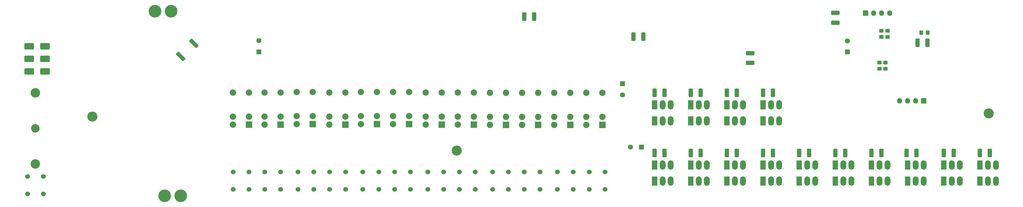
<source format=gbr>
%TF.GenerationSoftware,KiCad,Pcbnew,8.0.9*%
%TF.CreationDate,2025-02-25T23:01:13+01:00*%
%TF.ProjectId,Heizkreiscontroller,4865697a-6b72-4656-9973-636f6e74726f,rev?*%
%TF.SameCoordinates,Original*%
%TF.FileFunction,Soldermask,Bot*%
%TF.FilePolarity,Negative*%
%FSLAX46Y46*%
G04 Gerber Fmt 4.6, Leading zero omitted, Abs format (unit mm)*
G04 Created by KiCad (PCBNEW 8.0.9) date 2025-02-25 23:01:13*
%MOMM*%
%LPD*%
G01*
G04 APERTURE LIST*
G04 Aperture macros list*
%AMRoundRect*
0 Rectangle with rounded corners*
0 $1 Rounding radius*
0 $2 $3 $4 $5 $6 $7 $8 $9 X,Y pos of 4 corners*
0 Add a 4 corners polygon primitive as box body*
4,1,4,$2,$3,$4,$5,$6,$7,$8,$9,$2,$3,0*
0 Add four circle primitives for the rounded corners*
1,1,$1+$1,$2,$3*
1,1,$1+$1,$4,$5*
1,1,$1+$1,$6,$7*
1,1,$1+$1,$8,$9*
0 Add four rect primitives between the rounded corners*
20,1,$1+$1,$2,$3,$4,$5,0*
20,1,$1+$1,$4,$5,$6,$7,0*
20,1,$1+$1,$6,$7,$8,$9,0*
20,1,$1+$1,$8,$9,$2,$3,0*%
G04 Aperture macros list end*
%ADD10R,1.800000X3.000000*%
%ADD11O,1.800000X3.000000*%
%ADD12R,1.600000X1.600000*%
%ADD13C,1.600000*%
%ADD14C,1.524000*%
%ADD15R,2.000000X2.000000*%
%ADD16C,2.000000*%
%ADD17C,3.200000*%
%ADD18C,4.000000*%
%ADD19R,1.700000X1.700000*%
%ADD20O,1.700000X1.700000*%
%ADD21C,2.700000*%
%ADD22C,3.000000*%
%ADD23RoundRect,0.250000X-1.250000X0.750000X-1.250000X-0.750000X1.250000X-0.750000X1.250000X0.750000X0*%
%ADD24RoundRect,0.250000X-0.412500X-1.100000X0.412500X-1.100000X0.412500X1.100000X-0.412500X1.100000X0*%
%ADD25RoundRect,0.250000X1.100000X-0.412500X1.100000X0.412500X-1.100000X0.412500X-1.100000X-0.412500X0*%
%ADD26RoundRect,0.250000X-0.751301X1.263953X-1.263953X0.751301X0.751301X-1.263953X1.263953X-0.751301X0*%
%ADD27RoundRect,0.250000X-0.450000X0.350000X-0.450000X-0.350000X0.450000X-0.350000X0.450000X0.350000X0*%
%ADD28RoundRect,0.250000X0.350000X0.450000X-0.350000X0.450000X-0.350000X-0.450000X0.350000X-0.450000X0*%
%ADD29RoundRect,0.250000X0.412500X1.100000X-0.412500X1.100000X-0.412500X-1.100000X0.412500X-1.100000X0*%
%ADD30RoundRect,0.250000X0.450000X-0.350000X0.450000X0.350000X-0.450000X0.350000X-0.450000X-0.350000X0*%
G04 APERTURE END LIST*
D10*
%TO.C,J17*%
X236220000Y-67310000D03*
X236220000Y-72390000D03*
D11*
X238760000Y-67310000D03*
X238760000Y-72390000D03*
X241300000Y-67310000D03*
X241300000Y-72390000D03*
%TD*%
D10*
%TO.C,J14*%
X281940000Y-86360000D03*
X281940000Y-91440000D03*
D11*
X284480000Y-86360000D03*
X284480000Y-91440000D03*
X287020000Y-86360000D03*
X287020000Y-91440000D03*
%TD*%
D12*
%TO.C,C12*%
X285750000Y-50547651D03*
D13*
X285750000Y-47047651D03*
%TD*%
D14*
%TO.C,J3*%
X132560000Y-88540000D03*
X132560000Y-94040000D03*
X137560000Y-88540000D03*
X137560000Y-94040000D03*
X142560000Y-88540000D03*
X142560000Y-94040000D03*
X147560000Y-88540000D03*
X147560000Y-94040000D03*
%TD*%
%TO.C,J4*%
X153060000Y-88540000D03*
X153060000Y-94040000D03*
X158060000Y-88540000D03*
X158060000Y-94040000D03*
X163060000Y-88540000D03*
X163060000Y-94040000D03*
X168060000Y-88540000D03*
X168060000Y-94040000D03*
%TD*%
D15*
%TO.C,K5*%
X187960000Y-73660000D03*
D16*
X187960000Y-71120000D03*
X187960000Y-63500000D03*
X182880000Y-63500000D03*
X182880000Y-71120000D03*
X182880000Y-73660000D03*
%TD*%
D10*
%TO.C,J10*%
X304800000Y-86360000D03*
X304800000Y-91440000D03*
D11*
X307340000Y-86360000D03*
X307340000Y-91440000D03*
X309880000Y-86360000D03*
X309880000Y-91440000D03*
%TD*%
D15*
%TO.C,K12*%
X208280000Y-73660000D03*
D16*
X208280000Y-71120000D03*
X208280000Y-63500000D03*
X203200000Y-63500000D03*
X203200000Y-71120000D03*
X203200000Y-73660000D03*
%TD*%
D15*
%TO.C,K2*%
X137027500Y-73415000D03*
D16*
X137027500Y-70875000D03*
X137027500Y-63255000D03*
X131947500Y-63255000D03*
X131947500Y-70875000D03*
X131947500Y-73415000D03*
%TD*%
D14*
%TO.C,J21*%
X194106800Y-88556200D03*
X194106800Y-94056200D03*
X199106800Y-88556200D03*
X199106800Y-94056200D03*
X204106800Y-88556200D03*
X204106800Y-94056200D03*
X209106800Y-88556200D03*
X209106800Y-94056200D03*
%TD*%
D10*
%TO.C,J9*%
X236220000Y-86360000D03*
X236220000Y-91440000D03*
D11*
X238760000Y-86360000D03*
X238760000Y-91440000D03*
X241300000Y-86360000D03*
X241300000Y-91440000D03*
%TD*%
D10*
%TO.C,J20*%
X259080000Y-67310000D03*
X259080000Y-72390000D03*
D11*
X261620000Y-67310000D03*
X261620000Y-72390000D03*
X264160000Y-67310000D03*
X264160000Y-72390000D03*
%TD*%
D17*
%TO.C,H1*%
X162250000Y-81750000D03*
%TD*%
D10*
%TO.C,J19*%
X247650000Y-67310000D03*
X247650000Y-72390000D03*
D11*
X250190000Y-67310000D03*
X250190000Y-72390000D03*
X252730000Y-67310000D03*
X252730000Y-72390000D03*
%TD*%
D18*
%TO.C,U2*%
X69884000Y-96075000D03*
X74964000Y-96075000D03*
X66859000Y-37667100D03*
X71939000Y-37667100D03*
%TD*%
D12*
%TO.C,C11*%
X220670000Y-80645000D03*
D13*
X217170000Y-80645000D03*
%TD*%
D14*
%TO.C,J1*%
X91560000Y-88540000D03*
X91560000Y-94040000D03*
X96560000Y-88540000D03*
X96560000Y-94040000D03*
X101560000Y-88540000D03*
X101560000Y-94040000D03*
X106560000Y-88540000D03*
X106560000Y-94040000D03*
%TD*%
D12*
%TO.C,C10*%
X99695000Y-50490000D03*
D13*
X99695000Y-46990000D03*
%TD*%
D17*
%TO.C,H2*%
X330500000Y-70000000D03*
%TD*%
D10*
%TO.C,J7*%
X224790000Y-86360000D03*
X224790000Y-91440000D03*
D11*
X227330000Y-86360000D03*
X227330000Y-91440000D03*
X229870000Y-86360000D03*
X229870000Y-91440000D03*
%TD*%
D14*
%TO.C,J2*%
X112060000Y-88540000D03*
X112060000Y-94040000D03*
X117060000Y-88540000D03*
X117060000Y-94040000D03*
X122060000Y-88540000D03*
X122060000Y-94040000D03*
X127060000Y-88540000D03*
X127060000Y-94040000D03*
%TD*%
D19*
%TO.C,J22*%
X309880000Y-66040000D03*
D20*
X307340000Y-66040000D03*
X304800000Y-66040000D03*
X302260000Y-66040000D03*
%TD*%
D10*
%TO.C,J8*%
X247650000Y-86360000D03*
X247650000Y-91440000D03*
D11*
X250190000Y-86360000D03*
X250190000Y-91440000D03*
X252730000Y-86360000D03*
X252730000Y-91440000D03*
%TD*%
D15*
%TO.C,K9*%
X106547500Y-73537500D03*
D16*
X106547500Y-70997500D03*
X106547500Y-63377500D03*
X101467500Y-63377500D03*
X101467500Y-70997500D03*
X101467500Y-73537500D03*
%TD*%
D15*
%TO.C,K6*%
X167640000Y-73537500D03*
D16*
X167640000Y-70997500D03*
X167640000Y-63377500D03*
X162560000Y-63377500D03*
X162560000Y-70997500D03*
X162560000Y-73537500D03*
%TD*%
D10*
%TO.C,J16*%
X327660000Y-86360000D03*
X327660000Y-91440000D03*
D11*
X330200000Y-86360000D03*
X330200000Y-91440000D03*
X332740000Y-86360000D03*
X332740000Y-91440000D03*
%TD*%
D10*
%TO.C,J15*%
X293370000Y-86360000D03*
X293370000Y-91440000D03*
D11*
X295910000Y-86360000D03*
X295910000Y-91440000D03*
X298450000Y-86360000D03*
X298450000Y-91440000D03*
%TD*%
D15*
%TO.C,K10*%
X177800000Y-73660000D03*
D16*
X177800000Y-71120000D03*
X177800000Y-63500000D03*
X172720000Y-63500000D03*
X172720000Y-71120000D03*
X172720000Y-73660000D03*
%TD*%
D17*
%TO.C,H3*%
X47000000Y-71000000D03*
%TD*%
D15*
%TO.C,K11*%
X198120000Y-73660000D03*
D16*
X198120000Y-71120000D03*
X198120000Y-63500000D03*
X193040000Y-63500000D03*
X193040000Y-71120000D03*
X193040000Y-73660000D03*
%TD*%
D10*
%TO.C,J12*%
X270510000Y-86360000D03*
X270510000Y-91440000D03*
D11*
X273050000Y-86360000D03*
X273050000Y-91440000D03*
X275590000Y-86360000D03*
X275590000Y-91440000D03*
%TD*%
D10*
%TO.C,J13*%
X316230000Y-86360000D03*
X316230000Y-91440000D03*
D11*
X318770000Y-86360000D03*
X318770000Y-91440000D03*
X321310000Y-86360000D03*
X321310000Y-91440000D03*
%TD*%
D14*
%TO.C,J6*%
X26500000Y-90000000D03*
X26500000Y-95500000D03*
X31500000Y-90000000D03*
X31500000Y-95500000D03*
%TD*%
D10*
%TO.C,J18*%
X224790000Y-67310000D03*
X224790000Y-72390000D03*
D11*
X227330000Y-67310000D03*
X227330000Y-72390000D03*
X229870000Y-67310000D03*
X229870000Y-72390000D03*
%TD*%
D19*
%TO.C,J23*%
X291541200Y-38252400D03*
D20*
X294081200Y-38252400D03*
X296621200Y-38252400D03*
X299161200Y-38252400D03*
%TD*%
D12*
%TO.C,C9*%
X214630000Y-60635000D03*
D13*
X214630000Y-64135000D03*
%TD*%
D15*
%TO.C,K1*%
X157480000Y-73537500D03*
D16*
X157480000Y-70997500D03*
X157480000Y-63377500D03*
X152400000Y-63377500D03*
X152400000Y-70997500D03*
X152400000Y-73537500D03*
%TD*%
D15*
%TO.C,K3*%
X116707500Y-73415000D03*
D16*
X116707500Y-70875000D03*
X116707500Y-63255000D03*
X111627500Y-63255000D03*
X111627500Y-70875000D03*
X111627500Y-73415000D03*
%TD*%
D10*
%TO.C,J11*%
X259080000Y-86360000D03*
X259080000Y-91440000D03*
D11*
X261620000Y-86360000D03*
X261620000Y-91440000D03*
X264160000Y-86360000D03*
X264160000Y-91440000D03*
%TD*%
D15*
%TO.C,K8*%
X127000000Y-73537500D03*
D16*
X127000000Y-70997500D03*
X127000000Y-63377500D03*
X121920000Y-63377500D03*
X121920000Y-70997500D03*
X121920000Y-73537500D03*
%TD*%
D14*
%TO.C,J5*%
X173560000Y-88540000D03*
X173560000Y-94040000D03*
X178560000Y-88540000D03*
X178560000Y-94040000D03*
X183560000Y-88540000D03*
X183560000Y-94040000D03*
X188560000Y-88540000D03*
X188560000Y-94040000D03*
%TD*%
D21*
%TO.C,F1*%
X29000000Y-74750000D03*
D22*
X29000000Y-63500000D03*
X29000000Y-86000000D03*
%TD*%
D15*
%TO.C,K4*%
X96520000Y-73537500D03*
D16*
X96520000Y-70997500D03*
X96520000Y-63377500D03*
X91440000Y-63377500D03*
X91440000Y-70997500D03*
X91440000Y-73537500D03*
%TD*%
D23*
%TO.C,SW1*%
X32000000Y-48750000D03*
X32000000Y-52750000D03*
X32000000Y-56750000D03*
X27000000Y-48750000D03*
X27000000Y-52750000D03*
X27000000Y-56750000D03*
%TD*%
D15*
%TO.C,K7*%
X147187500Y-73415000D03*
D16*
X147187500Y-70875000D03*
X147187500Y-63255000D03*
X142107500Y-63255000D03*
X142107500Y-70875000D03*
X142107500Y-73415000D03*
%TD*%
D24*
%TO.C,C15*%
X224790000Y-82550000D03*
X227915000Y-82550000D03*
%TD*%
D25*
%TO.C,C2*%
X255016000Y-54038900D03*
X255016000Y-50913900D03*
%TD*%
%TO.C,C6*%
X281940000Y-41275000D03*
X281940000Y-38150000D03*
%TD*%
D24*
%TO.C,C1*%
X307975000Y-47625000D03*
X311100000Y-47625000D03*
%TD*%
%TO.C,C25*%
X236220000Y-63500000D03*
X239345000Y-63500000D03*
%TD*%
%TO.C,C19*%
X247650000Y-63500000D03*
X250775000Y-63500000D03*
%TD*%
D26*
%TO.C,R22*%
X79119608Y-47810768D03*
X74930000Y-52000376D03*
%TD*%
D24*
%TO.C,C24*%
X259080000Y-63500000D03*
X262205000Y-63500000D03*
%TD*%
%TO.C,C26*%
X236220000Y-82550000D03*
X239345000Y-82550000D03*
%TD*%
D27*
%TO.C,R2*%
X295910000Y-53880000D03*
X295910000Y-55880000D03*
%TD*%
D24*
%TO.C,C20*%
X224790000Y-63500000D03*
X227915000Y-63500000D03*
%TD*%
%TO.C,C22*%
X270510000Y-82550000D03*
X273635000Y-82550000D03*
%TD*%
%TO.C,C21*%
X247650000Y-82550000D03*
X250775000Y-82550000D03*
%TD*%
%TO.C,C17*%
X281940000Y-82550000D03*
X285065000Y-82550000D03*
%TD*%
%TO.C,C23*%
X304507500Y-82550000D03*
X307632500Y-82550000D03*
%TD*%
D28*
%TO.C,R1*%
X311150000Y-44450000D03*
X309150000Y-44450000D03*
%TD*%
D27*
%TO.C,R3*%
X298450000Y-43815000D03*
X298450000Y-45815000D03*
%TD*%
D24*
%TO.C,C14*%
X316230000Y-82550000D03*
X319355000Y-82550000D03*
%TD*%
D29*
%TO.C,C5*%
X186690000Y-39370000D03*
X183565000Y-39370000D03*
%TD*%
D24*
%TO.C,C13*%
X327710000Y-82550000D03*
X330835000Y-82550000D03*
%TD*%
D29*
%TO.C,C7*%
X221272500Y-45720000D03*
X218147500Y-45720000D03*
%TD*%
D30*
%TO.C,R15*%
X297815000Y-55880000D03*
X297815000Y-53880000D03*
%TD*%
D24*
%TO.C,C16*%
X259080000Y-82550000D03*
X262205000Y-82550000D03*
%TD*%
D27*
%TO.C,R4*%
X296545000Y-43815000D03*
X296545000Y-45815000D03*
%TD*%
D24*
%TO.C,C18*%
X293370000Y-82550000D03*
X296495000Y-82550000D03*
%TD*%
M02*

</source>
